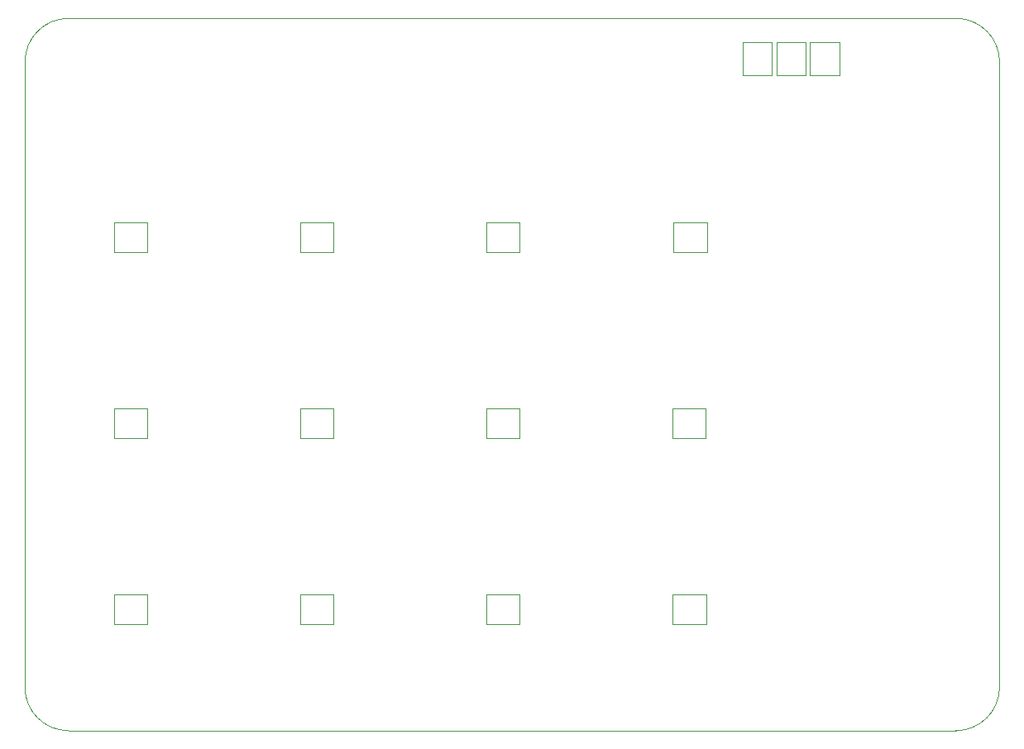
<source format=gbr>
%TF.GenerationSoftware,KiCad,Pcbnew,8.0.6*%
%TF.CreationDate,2025-07-03T10:23:52-04:00*%
%TF.ProjectId,tronzpad,74726f6e-7a70-4616-942e-6b696361645f,rev?*%
%TF.SameCoordinates,Original*%
%TF.FileFunction,Profile,NP*%
%FSLAX46Y46*%
G04 Gerber Fmt 4.6, Leading zero omitted, Abs format (unit mm)*
G04 Created by KiCad (PCBNEW 8.0.6) date 2025-07-03 10:23:52*
%MOMM*%
%LPD*%
G01*
G04 APERTURE LIST*
%TA.AperFunction,Profile*%
%ADD10C,0.100000*%
%TD*%
%TA.AperFunction,Profile*%
%ADD11C,0.120000*%
%TD*%
G04 APERTURE END LIST*
D10*
X99105885Y-68564907D02*
X99116054Y-68564907D01*
X194402747Y-137059437D02*
X103563061Y-137059437D01*
X194419831Y-64107731D02*
G75*
G02*
X198876964Y-68571809I-31J-4457169D01*
G01*
X99116054Y-68564907D02*
G75*
G02*
X103580132Y-64107759I4457146J7D01*
G01*
X103580132Y-64107731D02*
X194419831Y-64107731D01*
X198874965Y-132586000D02*
G75*
G02*
X194402747Y-137059367I-4465265J-8100D01*
G01*
X198874965Y-68586928D02*
X198874965Y-68571809D01*
X99105885Y-132592106D02*
X99105885Y-68564907D01*
X103563061Y-137056184D02*
G75*
G02*
X99105921Y-132592106I39J4457184D01*
G01*
X198874965Y-132586000D02*
X198874965Y-68586928D01*
D11*
%TO.C,D18*%
X108257571Y-104070467D02*
X108257571Y-107070467D01*
X108257571Y-107070467D02*
X111657571Y-107070467D01*
X111657571Y-104070467D02*
X108257571Y-104070467D01*
X111657571Y-107070467D02*
X111657571Y-104070467D01*
%TO.C,D24*%
X172583971Y-66573267D02*
X172583971Y-69973267D01*
X172583971Y-69973267D02*
X175583971Y-69973267D01*
X175583971Y-66573267D02*
X172583971Y-66573267D01*
X175583971Y-69973267D02*
X175583971Y-66573267D01*
%TO.C,D20*%
X127307171Y-123120067D02*
X127307171Y-126120067D01*
X127307171Y-126120067D02*
X130707171Y-126120067D01*
X130707171Y-123120067D02*
X127307171Y-123120067D01*
X130707171Y-126120067D02*
X130707171Y-123120067D01*
%TO.C,D13*%
X127307171Y-85020867D02*
X127307171Y-88020867D01*
X127307171Y-88020867D02*
X130707171Y-88020867D01*
X130707171Y-85020867D02*
X127307171Y-85020867D01*
X130707171Y-88020867D02*
X130707171Y-85020867D01*
%TO.C,D15*%
X165518971Y-85020867D02*
X165518971Y-88020867D01*
X165518971Y-88020867D02*
X168918971Y-88020867D01*
X168918971Y-85020867D02*
X165518971Y-85020867D01*
X168918971Y-88020867D02*
X168918971Y-85020867D01*
%TO.C,D19*%
X108257571Y-123120067D02*
X108257571Y-126120067D01*
X108257571Y-126120067D02*
X111657571Y-126120067D01*
X111657571Y-123120067D02*
X108257571Y-123120067D01*
X111657571Y-126120067D02*
X111657571Y-123120067D01*
%TO.C,D27*%
X179483971Y-66573267D02*
X179483971Y-69973267D01*
X179483971Y-69973267D02*
X182483971Y-69973267D01*
X182483971Y-66573267D02*
X179483971Y-66573267D01*
X182483971Y-69973267D02*
X182483971Y-66573267D01*
%TO.C,D14*%
X146356771Y-85020867D02*
X146356771Y-88020867D01*
X146356771Y-88020867D02*
X149756771Y-88020867D01*
X149756771Y-85020867D02*
X146356771Y-85020867D01*
X149756771Y-88020867D02*
X149756771Y-85020867D01*
%TO.C,D21*%
X165404971Y-104070467D02*
X165404971Y-107070467D01*
X165404971Y-107070467D02*
X168804971Y-107070467D01*
X168804971Y-104070467D02*
X165404971Y-104070467D01*
X168804971Y-107070467D02*
X168804971Y-104070467D01*
%TO.C,D25*%
X108257571Y-85020867D02*
X108257571Y-88020867D01*
X108257571Y-88020867D02*
X111657571Y-88020867D01*
X111657571Y-85020867D02*
X108257571Y-85020867D01*
X111657571Y-88020867D02*
X111657571Y-85020867D01*
%TO.C,D26*%
X176033971Y-66573267D02*
X176033971Y-69973267D01*
X176033971Y-69973267D02*
X179033971Y-69973267D01*
X179033971Y-66573267D02*
X176033971Y-66573267D01*
X179033971Y-69973267D02*
X179033971Y-66573267D01*
%TO.C,D23*%
X165425000Y-123120067D02*
X165425000Y-126120067D01*
X165425000Y-126120067D02*
X168825000Y-126120067D01*
X168825000Y-123120067D02*
X165425000Y-123120067D01*
X168825000Y-126120067D02*
X168825000Y-123120067D01*
%TO.C,D17*%
X127307171Y-104070467D02*
X127307171Y-107070467D01*
X127307171Y-107070467D02*
X130707171Y-107070467D01*
X130707171Y-104070467D02*
X127307171Y-104070467D01*
X130707171Y-107070467D02*
X130707171Y-104070467D01*
%TO.C,D22*%
X146356771Y-123120067D02*
X146356771Y-126120067D01*
X146356771Y-126120067D02*
X149756771Y-126120067D01*
X149756771Y-123120067D02*
X146356771Y-123120067D01*
X149756771Y-126120067D02*
X149756771Y-123120067D01*
%TO.C,D16*%
X146356771Y-104070467D02*
X146356771Y-107070467D01*
X146356771Y-107070467D02*
X149756771Y-107070467D01*
X149756771Y-104070467D02*
X146356771Y-104070467D01*
X149756771Y-107070467D02*
X149756771Y-104070467D01*
%TD*%
M02*

</source>
